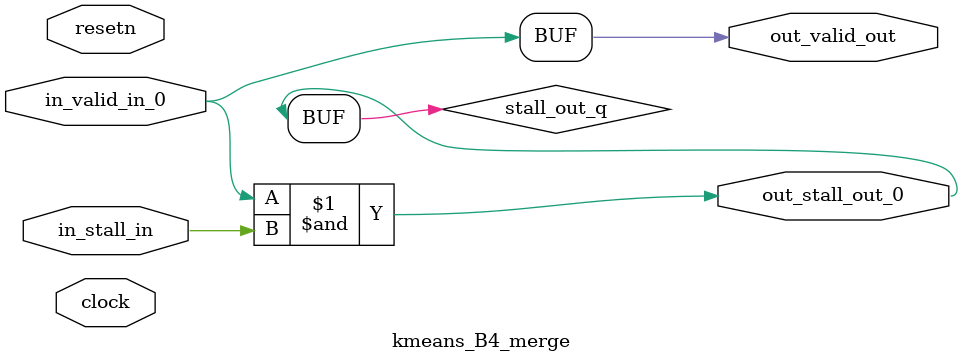
<source format=sv>



(* altera_attribute = "-name AUTO_SHIFT_REGISTER_RECOGNITION OFF; -name MESSAGE_DISABLE 10036; -name MESSAGE_DISABLE 10037; -name MESSAGE_DISABLE 14130; -name MESSAGE_DISABLE 14320; -name MESSAGE_DISABLE 15400; -name MESSAGE_DISABLE 14130; -name MESSAGE_DISABLE 10036; -name MESSAGE_DISABLE 12020; -name MESSAGE_DISABLE 12030; -name MESSAGE_DISABLE 12010; -name MESSAGE_DISABLE 12110; -name MESSAGE_DISABLE 14320; -name MESSAGE_DISABLE 13410; -name MESSAGE_DISABLE 113007; -name MESSAGE_DISABLE 10958" *)
module kmeans_B4_merge (
    input wire [0:0] in_stall_in,
    input wire [0:0] in_valid_in_0,
    output wire [0:0] out_stall_out_0,
    output wire [0:0] out_valid_out,
    input wire clock,
    input wire resetn
    );

    wire [0:0] stall_out_q;


    // stall_out(LOGICAL,6)
    assign stall_out_q = in_valid_in_0 & in_stall_in;

    // out_stall_out_0(GPOUT,4)
    assign out_stall_out_0 = stall_out_q;

    // out_valid_out(GPOUT,5)
    assign out_valid_out = in_valid_in_0;

endmodule

</source>
